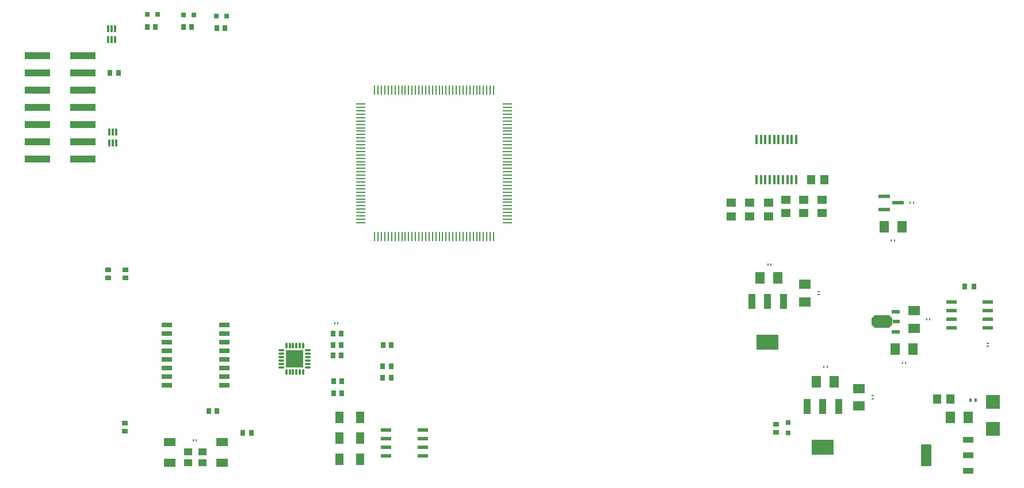
<source format=gtp>
G04*
G04 #@! TF.GenerationSoftware,Altium Limited,Altium Designer,24.1.2 (44)*
G04*
G04 Layer_Color=8421504*
%FSLAX44Y44*%
%MOMM*%
G71*
G04*
G04 #@! TF.SameCoordinates,0A8073CA-4D69-4BD4-B8E1-8B9189CEBFBB*
G04*
G04*
G04 #@! TF.FilePolarity,Positive*
G04*
G01*
G75*
%ADD19R,0.3000X0.9900*%
%ADD20R,0.8000X0.9000*%
%ADD21R,3.3000X2.2000*%
%ADD22R,1.0000X2.2000*%
%ADD23R,0.2500X0.3000*%
G04:AMPARAMS|DCode=24|XSize=0.85mm|YSize=0.3mm|CornerRadius=0.15mm|HoleSize=0mm|Usage=FLASHONLY|Rotation=90.000|XOffset=0mm|YOffset=0mm|HoleType=Round|Shape=RoundedRectangle|*
%AMROUNDEDRECTD24*
21,1,0.8500,0.0000,0,0,90.0*
21,1,0.5500,0.3000,0,0,90.0*
1,1,0.3000,0.0000,0.2750*
1,1,0.3000,0.0000,-0.2750*
1,1,0.3000,0.0000,-0.2750*
1,1,0.3000,0.0000,0.2750*
%
%ADD24ROUNDEDRECTD24*%
G04:AMPARAMS|DCode=25|XSize=0.3mm|YSize=0.85mm|CornerRadius=0.15mm|HoleSize=0mm|Usage=FLASHONLY|Rotation=90.000|XOffset=0mm|YOffset=0mm|HoleType=Round|Shape=RoundedRectangle|*
%AMROUNDEDRECTD25*
21,1,0.3000,0.5500,0,0,90.0*
21,1,0.0000,0.8500,0,0,90.0*
1,1,0.3000,0.2750,0.0000*
1,1,0.3000,0.2750,0.0000*
1,1,0.3000,-0.2750,0.0000*
1,1,0.3000,-0.2750,0.0000*
%
%ADD25ROUNDEDRECTD25*%
%ADD26R,2.6000X2.6000*%
%ADD27R,0.9000X0.8000*%
%ADD28R,1.6500X0.7600*%
%ADD29R,1.2500X1.8000*%
%ADD30R,0.2794X1.3589*%
%ADD31R,1.3589X0.2794*%
%ADD32R,1.5500X0.6000*%
%ADD33R,0.4500X1.4500*%
%ADD34R,3.7500X1.0000*%
%ADD35R,0.3000X0.2500*%
%ADD36R,1.8000X1.4000*%
%ADD37R,1.4000X1.8000*%
%ADD38R,1.8000X0.6000*%
%ADD39R,0.8000X0.8000*%
G04:AMPARAMS|DCode=40|XSize=3.15mm|YSize=1.45mm|CornerRadius=0.0508mm|HoleSize=0mm|Usage=FLASHONLY|Rotation=270.000|XOffset=0mm|YOffset=0mm|HoleType=Round|Shape=RoundedRectangle|*
%AMROUNDEDRECTD40*
21,1,3.1500,1.3485,0,0,270.0*
21,1,3.0485,1.4500,0,0,270.0*
1,1,0.1015,-0.6743,-1.5243*
1,1,0.1015,-0.6743,1.5243*
1,1,0.1015,0.6743,1.5243*
1,1,0.1015,0.6743,-1.5243*
%
%ADD40ROUNDEDRECTD40*%
G04:AMPARAMS|DCode=41|XSize=0.9mm|YSize=1.45mm|CornerRadius=0.0495mm|HoleSize=0mm|Usage=FLASHONLY|Rotation=270.000|XOffset=0mm|YOffset=0mm|HoleType=Round|Shape=RoundedRectangle|*
%AMROUNDEDRECTD41*
21,1,0.9000,1.3510,0,0,270.0*
21,1,0.8010,1.4500,0,0,270.0*
1,1,0.0990,-0.6755,-0.4005*
1,1,0.0990,-0.6755,0.4005*
1,1,0.0990,0.6755,0.4005*
1,1,0.0990,0.6755,-0.4005*
%
%ADD41ROUNDEDRECTD41*%
%ADD42R,2.0000X2.0000*%
%ADD43R,1.2000X1.4500*%
%ADD44R,0.4000X0.5000*%
%ADD45R,1.4500X1.2000*%
%ADD46R,0.6587X0.8121*%
%ADD47R,1.5500X0.6000*%
%ADD48R,1.3000X1.1000*%
%ADD49R,1.8000X1.2500*%
%ADD50R,0.8000X0.8000*%
G04:AMPARAMS|DCode=51|XSize=1.8mm|YSize=3mm|CornerRadius=0mm|HoleSize=0mm|Usage=FLASHONLY|Rotation=270.000|XOffset=0mm|YOffset=0mm|HoleType=Round|Shape=Octagon|*
%AMOCTAGOND51*
4,1,8,1.5000,0.4500,1.5000,-0.4500,1.0500,-0.9000,-1.0500,-0.9000,-1.5000,-0.4500,-1.5000,0.4500,-1.0500,0.9000,1.0500,0.9000,1.5000,0.4500,0.0*
%
%ADD51OCTAGOND51*%

%ADD52R,1.2000X0.5000*%
%ADD53R,1.1000X0.5000*%
D19*
X406320Y772590D02*
D03*
X401320D02*
D03*
X396320D02*
D03*
Y756490D02*
D03*
X401320D02*
D03*
X406320D02*
D03*
X405050Y924990D02*
D03*
X400050D02*
D03*
X395050D02*
D03*
Y908890D02*
D03*
X400050D02*
D03*
X405050D02*
D03*
D20*
X566420Y925830D02*
D03*
X554420D02*
D03*
X517460Y927100D02*
D03*
X505460D02*
D03*
X464120D02*
D03*
X452120D02*
D03*
X409510Y859790D02*
D03*
X397510D02*
D03*
X811530Y458470D02*
D03*
X799530D02*
D03*
X810830Y426720D02*
D03*
X798830D02*
D03*
X810830Y410210D02*
D03*
X798830D02*
D03*
X737870Y474980D02*
D03*
X725870D02*
D03*
Y458470D02*
D03*
X737870D02*
D03*
X725520Y443230D02*
D03*
X737520D02*
D03*
X726440Y405130D02*
D03*
X738440D02*
D03*
X726440Y387350D02*
D03*
X738440D02*
D03*
X593090Y328930D02*
D03*
X605090D02*
D03*
X542990Y360680D02*
D03*
X554990D02*
D03*
D21*
X1365250Y462760D02*
D03*
X1446530Y307820D02*
D03*
D22*
X1342250Y522760D02*
D03*
X1365250D02*
D03*
X1388250D02*
D03*
X1469530Y367820D02*
D03*
X1446530D02*
D03*
X1423530D02*
D03*
D23*
X732790Y490220D02*
D03*
X728040D02*
D03*
X1603845Y496570D02*
D03*
X1599095D02*
D03*
X1568450Y431800D02*
D03*
X1563700D02*
D03*
X1551940Y612140D02*
D03*
X1547190D02*
D03*
X1579715Y668020D02*
D03*
X1574965D02*
D03*
X1365415Y576580D02*
D03*
X1370165D02*
D03*
X1447965Y425720D02*
D03*
X1452715D02*
D03*
X524510Y317500D02*
D03*
X519760D02*
D03*
D24*
X656790Y418650D02*
D03*
X661790D02*
D03*
X666790D02*
D03*
X671790D02*
D03*
X676790D02*
D03*
X681790D02*
D03*
Y457650D02*
D03*
X676790D02*
D03*
X671790D02*
D03*
X666790D02*
D03*
X661790D02*
D03*
X656790D02*
D03*
D25*
X688790Y425650D02*
D03*
Y430650D02*
D03*
Y435650D02*
D03*
Y440650D02*
D03*
Y445650D02*
D03*
Y450650D02*
D03*
X649790D02*
D03*
Y445650D02*
D03*
Y440650D02*
D03*
Y435650D02*
D03*
Y430650D02*
D03*
Y425650D02*
D03*
D26*
X669290Y438150D02*
D03*
D27*
X420370Y557530D02*
D03*
Y569530D02*
D03*
X394970Y557530D02*
D03*
Y569530D02*
D03*
X419100Y342900D02*
D03*
Y330900D02*
D03*
X1377950Y329630D02*
D03*
Y341630D02*
D03*
D28*
X480690Y487680D02*
D03*
Y474980D02*
D03*
Y462280D02*
D03*
Y449580D02*
D03*
Y436880D02*
D03*
Y424180D02*
D03*
Y411480D02*
D03*
X565790Y487680D02*
D03*
Y474980D02*
D03*
Y462280D02*
D03*
Y449580D02*
D03*
Y436880D02*
D03*
Y424180D02*
D03*
Y411480D02*
D03*
X480690Y398780D02*
D03*
X565790D02*
D03*
D29*
X765810Y289560D02*
D03*
X735310D02*
D03*
X765830Y351790D02*
D03*
X735330D02*
D03*
Y321310D02*
D03*
X765830D02*
D03*
D30*
X786930Y834009D02*
D03*
X791930D02*
D03*
X796930D02*
D03*
X801930D02*
D03*
X806930D02*
D03*
X811930D02*
D03*
X816930D02*
D03*
X821930D02*
D03*
X826930D02*
D03*
X831930D02*
D03*
X836930D02*
D03*
X841930D02*
D03*
X846930D02*
D03*
X851930D02*
D03*
X856930D02*
D03*
X861930D02*
D03*
X866930D02*
D03*
X871930D02*
D03*
X876930D02*
D03*
X881930D02*
D03*
X886930D02*
D03*
X891930D02*
D03*
X896930D02*
D03*
X901930D02*
D03*
X906930D02*
D03*
X911930D02*
D03*
X916930D02*
D03*
X921930D02*
D03*
X926930D02*
D03*
X931930D02*
D03*
X936930D02*
D03*
X941930D02*
D03*
X946930D02*
D03*
X951930D02*
D03*
X956930D02*
D03*
X961930D02*
D03*
Y618490D02*
D03*
X956930D02*
D03*
X951930D02*
D03*
X946930D02*
D03*
X941930D02*
D03*
X936930D02*
D03*
X931930D02*
D03*
X926930D02*
D03*
X921930D02*
D03*
X916930D02*
D03*
X911930D02*
D03*
X906930D02*
D03*
X901930D02*
D03*
X896930D02*
D03*
X891930D02*
D03*
X886930D02*
D03*
X881930D02*
D03*
X876930D02*
D03*
X871930D02*
D03*
X866930D02*
D03*
X861930D02*
D03*
X856930D02*
D03*
X851930D02*
D03*
X846930D02*
D03*
X841930D02*
D03*
X836930D02*
D03*
X831930D02*
D03*
X826930D02*
D03*
X821930D02*
D03*
X816930D02*
D03*
X811930D02*
D03*
X806930D02*
D03*
X801930D02*
D03*
X796930D02*
D03*
X791930D02*
D03*
X786930D02*
D03*
D31*
X982189Y813749D02*
D03*
Y808749D02*
D03*
Y803749D02*
D03*
Y798749D02*
D03*
Y793749D02*
D03*
Y788749D02*
D03*
Y783749D02*
D03*
Y778749D02*
D03*
Y773749D02*
D03*
Y768749D02*
D03*
Y763749D02*
D03*
Y758749D02*
D03*
Y753749D02*
D03*
Y748749D02*
D03*
Y743749D02*
D03*
Y738749D02*
D03*
Y733749D02*
D03*
Y728749D02*
D03*
Y723749D02*
D03*
Y718749D02*
D03*
Y713749D02*
D03*
Y708749D02*
D03*
Y703749D02*
D03*
Y698749D02*
D03*
Y693749D02*
D03*
Y688749D02*
D03*
Y683749D02*
D03*
Y678749D02*
D03*
Y673749D02*
D03*
Y668749D02*
D03*
Y663749D02*
D03*
Y658749D02*
D03*
Y653749D02*
D03*
Y648749D02*
D03*
Y643749D02*
D03*
Y638750D02*
D03*
X766671D02*
D03*
Y643749D02*
D03*
Y648749D02*
D03*
Y653749D02*
D03*
Y658749D02*
D03*
Y663749D02*
D03*
Y668749D02*
D03*
Y673749D02*
D03*
Y678749D02*
D03*
Y683749D02*
D03*
Y688749D02*
D03*
Y693749D02*
D03*
Y698749D02*
D03*
Y703749D02*
D03*
Y708749D02*
D03*
Y713749D02*
D03*
Y718749D02*
D03*
Y723749D02*
D03*
Y728749D02*
D03*
Y733749D02*
D03*
Y738749D02*
D03*
Y743749D02*
D03*
Y748749D02*
D03*
Y753749D02*
D03*
Y758749D02*
D03*
Y763749D02*
D03*
Y768749D02*
D03*
Y773749D02*
D03*
Y778749D02*
D03*
Y783749D02*
D03*
Y788749D02*
D03*
Y793749D02*
D03*
Y798749D02*
D03*
Y803749D02*
D03*
Y808749D02*
D03*
Y813749D02*
D03*
D32*
X857580Y294640D02*
D03*
Y307340D02*
D03*
Y320040D02*
D03*
Y332740D02*
D03*
X803580Y294640D02*
D03*
Y307340D02*
D03*
Y320040D02*
D03*
Y332740D02*
D03*
D33*
X1407200Y702020D02*
D03*
X1400700D02*
D03*
X1394200D02*
D03*
X1387700D02*
D03*
X1381200D02*
D03*
X1374700D02*
D03*
X1368200D02*
D03*
X1361700D02*
D03*
X1355200D02*
D03*
X1348700D02*
D03*
Y761020D02*
D03*
X1355200D02*
D03*
X1361700D02*
D03*
X1368200D02*
D03*
X1374700D02*
D03*
X1381200D02*
D03*
X1387700D02*
D03*
X1394200D02*
D03*
X1400700D02*
D03*
X1407200D02*
D03*
D34*
X290100Y885190D02*
D03*
Y859790D02*
D03*
Y834390D02*
D03*
X357600Y885190D02*
D03*
Y859790D02*
D03*
Y834390D02*
D03*
X290100Y808990D02*
D03*
X357600D02*
D03*
Y732790D02*
D03*
X290100D02*
D03*
X357600Y758190D02*
D03*
X290100D02*
D03*
X357600Y783590D02*
D03*
X290100D02*
D03*
D35*
X1689100Y456260D02*
D03*
Y461010D02*
D03*
X1440180Y537210D02*
D03*
Y532460D02*
D03*
X1520190Y383375D02*
D03*
Y378625D02*
D03*
D36*
X1581150Y483270D02*
D03*
Y509270D02*
D03*
X1419860Y521970D02*
D03*
Y547970D02*
D03*
X1499870Y368300D02*
D03*
Y394300D02*
D03*
D37*
X1553210Y452120D02*
D03*
X1579210D02*
D03*
X1536700Y632460D02*
D03*
X1562700D02*
D03*
X1379820Y557530D02*
D03*
X1353820D02*
D03*
X1463040Y404130D02*
D03*
X1437040D02*
D03*
X1634490Y351790D02*
D03*
X1660490D02*
D03*
D38*
X1556860Y668020D02*
D03*
X1536860Y658520D02*
D03*
Y677520D02*
D03*
D39*
X1395730Y344050D02*
D03*
Y329050D02*
D03*
D40*
X1598660Y295910D02*
D03*
D41*
X1660160Y318910D02*
D03*
Y295910D02*
D03*
Y272910D02*
D03*
D42*
X1696720Y374330D02*
D03*
Y334330D02*
D03*
D43*
X1634490Y378460D02*
D03*
X1614490D02*
D03*
X1429070Y702310D02*
D03*
X1449070D02*
D03*
D44*
X1663510Y377190D02*
D03*
X1671510D02*
D03*
D45*
X1311910Y648020D02*
D03*
Y668020D02*
D03*
X1391920Y652780D02*
D03*
Y672780D02*
D03*
X1366520Y648020D02*
D03*
Y668020D02*
D03*
X1338580Y648020D02*
D03*
Y668020D02*
D03*
X1418590Y652780D02*
D03*
Y672780D02*
D03*
X1445260Y652780D02*
D03*
Y672780D02*
D03*
D46*
X1669197Y544830D02*
D03*
X1655663D02*
D03*
D47*
X1689430Y521970D02*
D03*
Y509270D02*
D03*
Y496570D02*
D03*
Y483870D02*
D03*
X1635430D02*
D03*
Y496570D02*
D03*
Y509270D02*
D03*
Y521970D02*
D03*
D48*
X512400Y300980D02*
D03*
X533400D02*
D03*
Y284480D02*
D03*
X512400D02*
D03*
D49*
X485140Y314980D02*
D03*
Y284480D02*
D03*
X562610D02*
D03*
Y314980D02*
D03*
D50*
X568840Y943610D02*
D03*
X553840D02*
D03*
X520580Y944880D02*
D03*
X505580D02*
D03*
X467360Y946150D02*
D03*
X452360D02*
D03*
D51*
X1533740Y492760D02*
D03*
D52*
X1553740Y507760D02*
D03*
Y477760D02*
D03*
D53*
X1554240Y492760D02*
D03*
M02*

</source>
